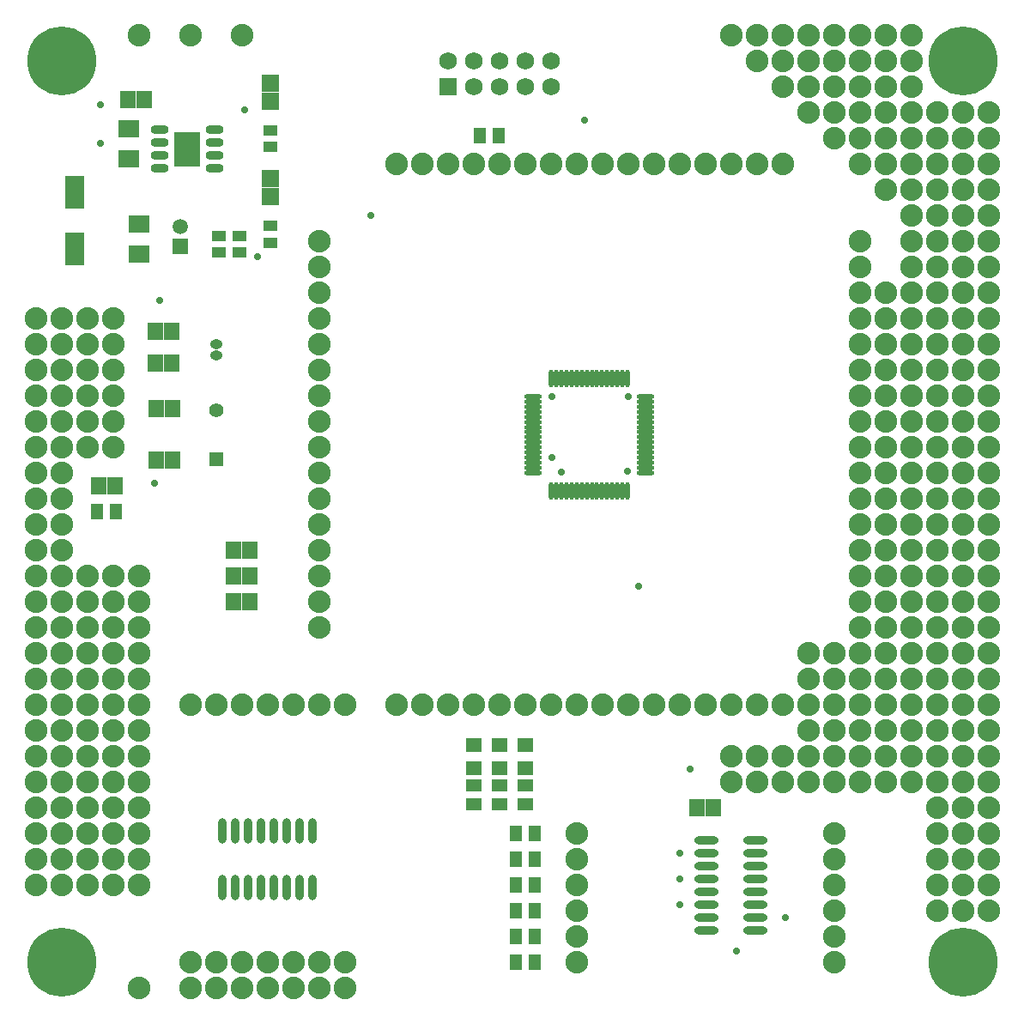
<source format=gts>
G04 Layer_Color=20142*
%FSLAX25Y25*%
%MOIN*%
G70*
G01*
G75*
%ADD26R,0.10300X0.13800*%
%ADD44R,0.04737X0.05918*%
%ADD45R,0.07493X0.12611*%
%ADD46R,0.08280X0.06706*%
%ADD47R,0.06902X0.06706*%
%ADD48R,0.05918X0.06509*%
%ADD49R,0.05918X0.05328*%
%ADD50R,0.05918X0.04737*%
%ADD51R,0.05524X0.03950*%
%ADD52O,0.07100X0.03200*%
%ADD53O,0.09461X0.03162*%
%ADD54O,0.03400X0.09800*%
%ADD55O,0.01784X0.06902*%
%ADD56O,0.06902X0.01784*%
%ADD57C,0.08800*%
%ADD58C,0.05918*%
%ADD59R,0.05918X0.05918*%
%ADD60C,0.26784*%
%ADD61C,0.06800*%
%ADD62R,0.06800X0.06800*%
%ADD63R,0.05524X0.05524*%
%ADD64C,0.05524*%
%ADD65O,0.04737X0.03753*%
%ADD66C,0.02800*%
D26*
X108650Y375900D02*
D03*
D44*
X229642Y381000D02*
D03*
X222358D02*
D03*
X243642Y110000D02*
D03*
X236358D02*
D03*
X243642Y100000D02*
D03*
X236358D02*
D03*
X243642Y90000D02*
D03*
X236358D02*
D03*
X243642Y80000D02*
D03*
X236358D02*
D03*
X243642Y70000D02*
D03*
X236358D02*
D03*
X243642Y60000D02*
D03*
X236358D02*
D03*
X73858Y235000D02*
D03*
X81142D02*
D03*
D45*
X65000Y359000D02*
D03*
Y337000D02*
D03*
D46*
X90000Y346905D02*
D03*
Y335094D02*
D03*
X86000Y372094D02*
D03*
Y383906D02*
D03*
D47*
X141000Y357457D02*
D03*
Y364543D02*
D03*
Y394457D02*
D03*
Y401543D02*
D03*
D48*
X313150Y120000D02*
D03*
X306850D02*
D03*
X133150Y210000D02*
D03*
X126850D02*
D03*
X133150Y220000D02*
D03*
X126850D02*
D03*
X133150Y200000D02*
D03*
X126850D02*
D03*
X80650Y245000D02*
D03*
X74351D02*
D03*
X103150Y255000D02*
D03*
X96851D02*
D03*
X96422Y292718D02*
D03*
X102721D02*
D03*
X96422Y305218D02*
D03*
X102721D02*
D03*
X103150Y275000D02*
D03*
X96851D02*
D03*
X92150Y395000D02*
D03*
X85850D02*
D03*
D49*
X220000Y144429D02*
D03*
Y135571D02*
D03*
X230000Y144429D02*
D03*
Y135571D02*
D03*
X240000Y144429D02*
D03*
Y135571D02*
D03*
D50*
X220000Y121358D02*
D03*
X220000Y128642D02*
D03*
X240000Y121358D02*
D03*
Y128642D02*
D03*
X230000Y121358D02*
D03*
Y128642D02*
D03*
D51*
X141000Y376752D02*
D03*
Y383248D02*
D03*
Y339591D02*
D03*
Y346087D02*
D03*
X121000Y335752D02*
D03*
Y342248D02*
D03*
X129000D02*
D03*
Y335752D02*
D03*
D52*
X119400Y368500D02*
D03*
Y373500D02*
D03*
Y378500D02*
D03*
Y383500D02*
D03*
X98148Y368500D02*
D03*
Y373500D02*
D03*
Y378500D02*
D03*
Y383500D02*
D03*
D53*
X329449Y72500D02*
D03*
Y77500D02*
D03*
Y82500D02*
D03*
Y87500D02*
D03*
Y92500D02*
D03*
Y97500D02*
D03*
Y102500D02*
D03*
Y107500D02*
D03*
X310551Y72500D02*
D03*
Y77500D02*
D03*
Y82500D02*
D03*
Y87500D02*
D03*
Y92500D02*
D03*
Y97500D02*
D03*
Y102500D02*
D03*
Y107500D02*
D03*
D54*
X157500Y89000D02*
D03*
X152500D02*
D03*
X147500D02*
D03*
X142500D02*
D03*
X137500D02*
D03*
X132500D02*
D03*
X127500D02*
D03*
X122500D02*
D03*
Y111000D02*
D03*
X127500D02*
D03*
X132500D02*
D03*
X137500D02*
D03*
X142500D02*
D03*
X147500D02*
D03*
X152500D02*
D03*
X157500D02*
D03*
D55*
X250236Y286752D02*
D03*
X252205D02*
D03*
X254173D02*
D03*
X256142D02*
D03*
X258110D02*
D03*
X260079D02*
D03*
X262047D02*
D03*
X264016D02*
D03*
X265984D02*
D03*
X267953D02*
D03*
X269921D02*
D03*
X271890D02*
D03*
X273858D02*
D03*
X275827D02*
D03*
X277795D02*
D03*
X279764D02*
D03*
Y243248D02*
D03*
X277795D02*
D03*
X275827D02*
D03*
X273858D02*
D03*
X271890D02*
D03*
X269921D02*
D03*
X267953D02*
D03*
X265984D02*
D03*
X264016D02*
D03*
X262047D02*
D03*
X260079D02*
D03*
X258110D02*
D03*
X256142D02*
D03*
X254173D02*
D03*
X252205D02*
D03*
X250236D02*
D03*
D56*
X286752Y279764D02*
D03*
Y277795D02*
D03*
Y275827D02*
D03*
Y273858D02*
D03*
Y271890D02*
D03*
Y269921D02*
D03*
Y267953D02*
D03*
Y265984D02*
D03*
Y264016D02*
D03*
Y262047D02*
D03*
Y260079D02*
D03*
Y258110D02*
D03*
Y256142D02*
D03*
Y254173D02*
D03*
Y252205D02*
D03*
Y250236D02*
D03*
X243248D02*
D03*
Y252205D02*
D03*
Y254173D02*
D03*
Y256142D02*
D03*
Y258110D02*
D03*
Y260079D02*
D03*
Y262047D02*
D03*
Y264016D02*
D03*
Y265984D02*
D03*
Y267953D02*
D03*
Y269921D02*
D03*
Y271890D02*
D03*
Y273858D02*
D03*
Y275827D02*
D03*
Y277795D02*
D03*
Y279764D02*
D03*
D57*
X400000Y370000D02*
D03*
X420000D02*
D03*
X410000D02*
D03*
Y360000D02*
D03*
X420000D02*
D03*
X400000D02*
D03*
Y340000D02*
D03*
X420000D02*
D03*
X410000D02*
D03*
Y350000D02*
D03*
X420000D02*
D03*
X400000D02*
D03*
X160000Y240000D02*
D03*
Y250000D02*
D03*
Y260000D02*
D03*
Y270000D02*
D03*
X270000Y160000D02*
D03*
X260000D02*
D03*
X210000D02*
D03*
X200000D02*
D03*
X370000Y230000D02*
D03*
Y240000D02*
D03*
Y250000D02*
D03*
Y260000D02*
D03*
X290000Y370000D02*
D03*
X320000D02*
D03*
X310000D02*
D03*
X300000D02*
D03*
X90000Y420000D02*
D03*
Y50000D02*
D03*
X170000D02*
D03*
Y60000D02*
D03*
X120000D02*
D03*
X110000D02*
D03*
X170000Y160000D02*
D03*
X160000D02*
D03*
X150000D02*
D03*
X140000D02*
D03*
X130000D02*
D03*
X120000D02*
D03*
X110000D02*
D03*
X160000Y50000D02*
D03*
Y60000D02*
D03*
X150000Y50000D02*
D03*
Y60000D02*
D03*
X140000Y50000D02*
D03*
Y60000D02*
D03*
X130000Y50000D02*
D03*
Y60000D02*
D03*
X120000Y50000D02*
D03*
X110000D02*
D03*
X260000Y60000D02*
D03*
Y70000D02*
D03*
Y80000D02*
D03*
Y90000D02*
D03*
Y100000D02*
D03*
Y110000D02*
D03*
X360000Y60000D02*
D03*
Y70000D02*
D03*
Y80000D02*
D03*
Y90000D02*
D03*
Y100000D02*
D03*
Y110000D02*
D03*
X160000Y280000D02*
D03*
X340000Y160000D02*
D03*
X240000D02*
D03*
X220000D02*
D03*
X190000D02*
D03*
X370000Y220000D02*
D03*
X160000Y190000D02*
D03*
Y200000D02*
D03*
Y290000D02*
D03*
Y300000D02*
D03*
Y310000D02*
D03*
Y330000D02*
D03*
X200000Y370000D02*
D03*
X230000D02*
D03*
X370000Y190000D02*
D03*
X370000Y200000D02*
D03*
Y210000D02*
D03*
X160000Y320000D02*
D03*
X370000Y270000D02*
D03*
X270000Y370000D02*
D03*
X370000Y280000D02*
D03*
X370000Y290000D02*
D03*
X370000Y300000D02*
D03*
Y310000D02*
D03*
X370000Y320000D02*
D03*
X340000Y370000D02*
D03*
X330000D02*
D03*
X280000Y370000D02*
D03*
X260000D02*
D03*
X250000Y370000D02*
D03*
X240000Y370000D02*
D03*
X220000D02*
D03*
X210000Y370000D02*
D03*
X370000Y330000D02*
D03*
X320016Y160000D02*
D03*
X310000D02*
D03*
X300000D02*
D03*
X290000D02*
D03*
X280000D02*
D03*
X250000D02*
D03*
X190000Y370000D02*
D03*
X230000Y160000D02*
D03*
X160000Y340000D02*
D03*
Y220000D02*
D03*
X330000Y160000D02*
D03*
X370000Y340000D02*
D03*
X160000Y230000D02*
D03*
Y210000D02*
D03*
X130000Y420000D02*
D03*
X110000D02*
D03*
X400000Y380000D02*
D03*
X420000D02*
D03*
X410000D02*
D03*
Y390000D02*
D03*
X420000D02*
D03*
X400000D02*
D03*
X330000Y140000D02*
D03*
X340000D02*
D03*
X360000D02*
D03*
X350000D02*
D03*
X390000D02*
D03*
X380000D02*
D03*
X370000D02*
D03*
X400000D02*
D03*
X420000D02*
D03*
X410000D02*
D03*
Y130000D02*
D03*
X420000D02*
D03*
X400000D02*
D03*
X370000D02*
D03*
X380000D02*
D03*
X390000D02*
D03*
X350000D02*
D03*
X360000D02*
D03*
X340000D02*
D03*
X330000D02*
D03*
X320000D02*
D03*
Y140000D02*
D03*
X400000Y90000D02*
D03*
X420000D02*
D03*
X410000D02*
D03*
Y80000D02*
D03*
X420000D02*
D03*
X400000D02*
D03*
Y110000D02*
D03*
X420000D02*
D03*
X410000D02*
D03*
Y100000D02*
D03*
X420000D02*
D03*
X400000D02*
D03*
X410000Y120000D02*
D03*
X420000D02*
D03*
X400000D02*
D03*
X60000Y90000D02*
D03*
X50000D02*
D03*
X70000D02*
D03*
X90000D02*
D03*
X80000D02*
D03*
X60000Y110000D02*
D03*
X50000D02*
D03*
X70000D02*
D03*
X90000D02*
D03*
X80000D02*
D03*
Y100000D02*
D03*
X90000D02*
D03*
X70000D02*
D03*
X50000D02*
D03*
X60000D02*
D03*
Y180000D02*
D03*
X50000D02*
D03*
X70000D02*
D03*
X90000D02*
D03*
X80000D02*
D03*
X60000Y160000D02*
D03*
X50000D02*
D03*
X70000D02*
D03*
X90000D02*
D03*
X80000D02*
D03*
Y170000D02*
D03*
X90000D02*
D03*
X70000D02*
D03*
X50000D02*
D03*
X60000D02*
D03*
Y140000D02*
D03*
X50000D02*
D03*
X70000D02*
D03*
X90000D02*
D03*
X80000D02*
D03*
Y150000D02*
D03*
X90000D02*
D03*
X70000D02*
D03*
X50000D02*
D03*
X60000D02*
D03*
Y120000D02*
D03*
X50000D02*
D03*
X70000D02*
D03*
X90000D02*
D03*
X80000D02*
D03*
Y130000D02*
D03*
X90000D02*
D03*
X70000D02*
D03*
X50000D02*
D03*
X60000D02*
D03*
X50000Y300000D02*
D03*
X60000D02*
D03*
X80000D02*
D03*
X70000D02*
D03*
Y290000D02*
D03*
X80000D02*
D03*
X60000D02*
D03*
X50000D02*
D03*
X70000Y310000D02*
D03*
X80000D02*
D03*
X60000D02*
D03*
X50000D02*
D03*
Y270000D02*
D03*
X60000D02*
D03*
X80000D02*
D03*
X70000D02*
D03*
Y280000D02*
D03*
X80000D02*
D03*
X60000D02*
D03*
X50000D02*
D03*
X400000Y330000D02*
D03*
X420000D02*
D03*
X410000D02*
D03*
Y320000D02*
D03*
X420000D02*
D03*
X400000D02*
D03*
Y290000D02*
D03*
X420000D02*
D03*
X410000D02*
D03*
Y280000D02*
D03*
X420000D02*
D03*
X400000D02*
D03*
Y300000D02*
D03*
X420000D02*
D03*
X410000D02*
D03*
Y310000D02*
D03*
X420000D02*
D03*
X400000D02*
D03*
Y270000D02*
D03*
X420000D02*
D03*
X410000D02*
D03*
Y260000D02*
D03*
X420000D02*
D03*
X400000D02*
D03*
Y230000D02*
D03*
X420000D02*
D03*
X410000D02*
D03*
Y220000D02*
D03*
X420000D02*
D03*
X400000D02*
D03*
Y240000D02*
D03*
X420000D02*
D03*
X410000D02*
D03*
Y250000D02*
D03*
X420000D02*
D03*
X400000D02*
D03*
Y200000D02*
D03*
X420000D02*
D03*
X410000D02*
D03*
Y210000D02*
D03*
X420000D02*
D03*
X400000D02*
D03*
Y180000D02*
D03*
X420000D02*
D03*
X410000D02*
D03*
Y190000D02*
D03*
X420000D02*
D03*
X400000D02*
D03*
Y160000D02*
D03*
X420000D02*
D03*
X410000D02*
D03*
Y170000D02*
D03*
X420000D02*
D03*
X400000D02*
D03*
X370000Y160000D02*
D03*
X390000D02*
D03*
X380000D02*
D03*
Y170000D02*
D03*
X390000D02*
D03*
X370000D02*
D03*
Y180000D02*
D03*
X390000D02*
D03*
X380000D02*
D03*
X370000Y150000D02*
D03*
X390000D02*
D03*
X380000D02*
D03*
X400000D02*
D03*
X420000D02*
D03*
X410000D02*
D03*
X390000Y190000D02*
D03*
Y210000D02*
D03*
Y200000D02*
D03*
X380000Y190000D02*
D03*
Y210000D02*
D03*
Y200000D02*
D03*
X390000Y220000D02*
D03*
X380000D02*
D03*
X390000Y240000D02*
D03*
X380000D02*
D03*
Y230000D02*
D03*
X390000D02*
D03*
Y260000D02*
D03*
X380000D02*
D03*
Y250000D02*
D03*
X390000D02*
D03*
Y270000D02*
D03*
X380000D02*
D03*
Y320000D02*
D03*
X390000D02*
D03*
Y300000D02*
D03*
X380000D02*
D03*
Y310000D02*
D03*
X390000D02*
D03*
Y280000D02*
D03*
X380000D02*
D03*
Y290000D02*
D03*
X390000D02*
D03*
Y380000D02*
D03*
X380000D02*
D03*
Y390000D02*
D03*
X390000D02*
D03*
Y400000D02*
D03*
X380000D02*
D03*
Y410000D02*
D03*
X390000D02*
D03*
X370000Y400000D02*
D03*
X360000D02*
D03*
Y410000D02*
D03*
X370000D02*
D03*
X350000Y400000D02*
D03*
X340000D02*
D03*
Y410000D02*
D03*
X350000D02*
D03*
Y420000D02*
D03*
X340000D02*
D03*
X370000D02*
D03*
X360000D02*
D03*
X390000D02*
D03*
X380000D02*
D03*
X330000D02*
D03*
X370000Y390000D02*
D03*
X360000D02*
D03*
X370000Y380000D02*
D03*
X390000Y370000D02*
D03*
Y360000D02*
D03*
X380000Y370000D02*
D03*
X390000Y350000D02*
D03*
Y340000D02*
D03*
Y330000D02*
D03*
X330000Y410000D02*
D03*
X320000Y420000D02*
D03*
X350000Y390000D02*
D03*
X360000Y380000D02*
D03*
X370000Y370000D02*
D03*
X380000Y360000D02*
D03*
X350000Y180000D02*
D03*
X360000D02*
D03*
X350000Y170000D02*
D03*
X360000D02*
D03*
X350000Y160000D02*
D03*
X360000D02*
D03*
X350000Y150000D02*
D03*
X360000D02*
D03*
X50000Y230000D02*
D03*
Y220000D02*
D03*
Y260000D02*
D03*
Y240000D02*
D03*
Y250000D02*
D03*
X60000Y230000D02*
D03*
Y220000D02*
D03*
Y260000D02*
D03*
Y240000D02*
D03*
Y250000D02*
D03*
X70000Y260000D02*
D03*
X80000D02*
D03*
X50000Y210000D02*
D03*
X60000D02*
D03*
X50000Y200000D02*
D03*
X60000D02*
D03*
X50000Y190000D02*
D03*
X60000D02*
D03*
X70000D02*
D03*
X80000D02*
D03*
X70000Y200000D02*
D03*
X80000D02*
D03*
X70000Y210000D02*
D03*
X80000D02*
D03*
X90000Y190000D02*
D03*
Y200000D02*
D03*
Y210000D02*
D03*
D58*
X106000Y345937D02*
D03*
D59*
Y338063D02*
D03*
D60*
X410000Y410000D02*
D03*
Y60000D02*
D03*
X60000D02*
D03*
Y410000D02*
D03*
D61*
X250000D02*
D03*
Y400000D02*
D03*
X240000Y410000D02*
D03*
Y400000D02*
D03*
X210000Y410000D02*
D03*
X220000Y400000D02*
D03*
Y410000D02*
D03*
X230000Y400000D02*
D03*
Y410000D02*
D03*
D62*
X210000Y400000D02*
D03*
D63*
X120000Y255394D02*
D03*
D64*
X120000Y274606D02*
D03*
D65*
X120000Y300165D02*
D03*
Y295835D02*
D03*
D66*
X280000Y279800D02*
D03*
X284000Y206000D02*
D03*
X304000Y135000D02*
D03*
X180000Y350000D02*
D03*
X263000Y387000D02*
D03*
X98000Y317000D02*
D03*
X136000Y334000D02*
D03*
X75000Y378000D02*
D03*
X341098Y77500D02*
D03*
X300114Y82500D02*
D03*
X300106Y92492D02*
D03*
Y102492D02*
D03*
X322106Y64492D02*
D03*
X96000Y246000D02*
D03*
X75000Y393000D02*
D03*
X131000Y391000D02*
D03*
X250300Y279800D02*
D03*
X250600Y256100D02*
D03*
X254200Y250500D02*
D03*
X279700Y250800D02*
D03*
M02*

</source>
